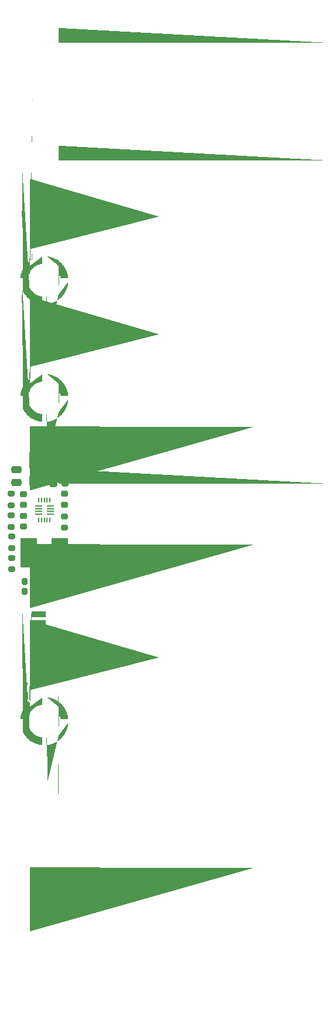
<source format=gbr>
%TF.GenerationSoftware,KiCad,Pcbnew,(5.99.0-10712-g3100cd3599)*%
%TF.CreationDate,2021-06-04T21:59:02-04:00*%
%TF.ProjectId,VX8Battery,56583842-6174-4746-9572-792e6b696361,rev?*%
%TF.SameCoordinates,Original*%
%TF.FileFunction,Paste,Top*%
%TF.FilePolarity,Positive*%
%FSLAX46Y46*%
G04 Gerber Fmt 4.6, Leading zero omitted, Abs format (unit mm)*
G04 Created by KiCad (PCBNEW (5.99.0-10712-g3100cd3599)) date 2021-06-04 21:59:02*
%MOMM*%
%LPD*%
G01*
G04 APERTURE LIST*
G04 Aperture macros list*
%AMRoundRect*
0 Rectangle with rounded corners*
0 $1 Rounding radius*
0 $2 $3 $4 $5 $6 $7 $8 $9 X,Y pos of 4 corners*
0 Add a 4 corners polygon primitive as box body*
4,1,4,$2,$3,$4,$5,$6,$7,$8,$9,$2,$3,0*
0 Add four circle primitives for the rounded corners*
1,1,$1+$1,$2,$3*
1,1,$1+$1,$4,$5*
1,1,$1+$1,$6,$7*
1,1,$1+$1,$8,$9*
0 Add four rect primitives between the rounded corners*
20,1,$1+$1,$2,$3,$4,$5,0*
20,1,$1+$1,$4,$5,$6,$7,0*
20,1,$1+$1,$6,$7,$8,$9,0*
20,1,$1+$1,$8,$9,$2,$3,0*%
%AMOutline5P*
0 Free polygon, 5 corners , with rotation*
0 The origin of the aperture is its center*
0 number of corners: always 8*
0 $1 to $10 corner X, Y*
0 $11 Rotation angle, in degrees counterclockwise*
0 create outline with 8 corners*
4,1,5,$1,$2,$3,$4,$5,$6,$7,$8,$9,$10,$1,$2,$11*%
%AMOutline6P*
0 Free polygon, 6 corners , with rotation*
0 The origin of the aperture is its center*
0 number of corners: always 6*
0 $1 to $12 corner X, Y*
0 $13 Rotation angle, in degrees counterclockwise*
0 create outline with 6 corners*
4,1,6,$1,$2,$3,$4,$5,$6,$7,$8,$9,$10,$11,$12,$1,$2,$13*%
%AMOutline7P*
0 Free polygon, 7 corners , with rotation*
0 The origin of the aperture is its center*
0 number of corners: always 7*
0 $1 to $14 corner X, Y*
0 $15 Rotation angle, in degrees counterclockwise*
0 create outline with 7 corners*
4,1,7,$1,$2,$3,$4,$5,$6,$7,$8,$9,$10,$11,$12,$13,$14,$1,$2,$15*%
%AMOutline8P*
0 Free polygon, 8 corners , with rotation*
0 The origin of the aperture is its center*
0 number of corners: always 8*
0 $1 to $16 corner X, Y*
0 $17 Rotation angle, in degrees counterclockwise*
0 create outline with 8 corners*
4,1,8,$1,$2,$3,$4,$5,$6,$7,$8,$9,$10,$11,$12,$13,$14,$15,$16,$1,$2,$17*%
%AMFreePoly0*
4,1,65,1.788583,1.342819,1.807681,1.284040,1.807681,0.377294,1.788583,0.318515,1.738583,0.282188,1.714447,0.282188,1.570262,0.258952,1.276797,0.177123,0.996943,0.058675,0.734571,-0.094646,0.494004,-0.280312,0.279199,-0.495269,0.093702,-0.735972,-0.059429,-0.998449,-0.177680,-1.278392,-0.259298,-1.571911,-0.282188,-1.714594,-0.282188,-1.738583,-0.318515,-1.788583,-0.377294,-1.807681,
-1.284040,-1.807681,-1.342819,-1.788583,-1.379146,-1.738583,-1.379146,-1.676779,-1.375388,-1.671606,-1.355611,-1.507056,-1.353581,-1.502673,-1.354046,-1.497864,-1.271662,-1.125612,-1.268836,-1.120811,-1.268741,-1.115244,-1.144746,-0.754711,-1.141397,-0.750263,-1.140672,-0.744741,-0.976661,-0.400562,-0.972828,-0.396520,-0.971483,-0.391116,-0.769564,-0.067717,-0.765299,-0.064135,-0.763350,-0.058918,
-0.526119,0.239544,-0.521477,0.242619,-0.518950,0.247583,-0.249457,0.517272,-0.244496,0.519802,-0.241424,0.524447,0.056866,0.761895,0.062082,0.763847,0.065660,0.768115,0.388913,0.970269,0.394316,0.971618,0.398355,0.975454,0.742415,1.139715,0.747935,1.140444,0.752382,1.143797,1.112825,1.268054,1.118392,1.268153,1.123190,1.270982,1.495381,1.353637,1.500191,1.353176,
1.504572,1.355209,1.671639,1.375412,1.676779,1.379146,1.738583,1.379146,1.788583,1.342819,1.788583,1.342819,$1*%
%AMFreePoly1*
4,1,65,-0.318515,1.788583,-0.282188,1.738583,-0.282188,1.714447,-0.258952,1.570264,-0.177123,1.276799,-0.058675,0.996943,0.094643,0.734574,0.280312,0.494004,0.495265,0.279204,0.735977,0.093698,0.998449,-0.059429,1.278392,-0.177680,1.571911,-0.259298,1.714594,-0.282188,1.738583,-0.282188,1.788583,-0.318515,1.807681,-0.377294,1.807681,-1.284040,1.788583,-1.342819,1.738583,-1.379146,
1.676779,-1.379146,1.671606,-1.375388,1.507056,-1.355611,1.502673,-1.353581,1.497864,-1.354046,1.125612,-1.271662,1.120813,-1.268837,1.115244,-1.268742,0.754712,-1.144746,0.750263,-1.141396,0.744740,-1.140671,0.400562,-0.976661,0.396520,-0.972828,0.391116,-0.971483,0.067717,-0.769564,0.064135,-0.765299,0.058918,-0.763350,-0.239544,-0.526119,-0.242619,-0.521476,-0.247582,-0.518950,
-0.517272,-0.249458,-0.519803,-0.244496,-0.524447,-0.241424,-0.761895,0.056866,-0.763847,0.062082,-0.768116,0.065661,-0.970269,0.388913,-0.971618,0.394316,-0.975454,0.398355,-1.139715,0.742414,-1.140444,0.747936,-1.143797,0.752382,-1.268054,1.112824,-1.268153,1.118393,-1.270982,1.123191,-1.353637,1.495381,-1.353176,1.500191,-1.355209,1.504572,-1.375412,1.671639,-1.379146,1.676779,
-1.379146,1.738583,-1.342819,1.788583,-1.284040,1.807681,-0.377294,1.807681,-0.318515,1.788583,-0.318515,1.788583,$1*%
%AMFreePoly2*
4,1,65,-1.671606,1.375388,-1.507056,1.355611,-1.502673,1.353581,-1.497864,1.354046,-1.125612,1.271662,-1.120811,1.268836,-1.115244,1.268741,-0.754711,1.144746,-0.750263,1.141397,-0.744741,1.140672,-0.400562,0.976661,-0.396520,0.972828,-0.391116,0.971483,-0.067717,0.769564,-0.064135,0.765299,-0.058918,0.763350,0.239544,0.526119,0.242619,0.521477,0.247583,0.518950,0.517272,0.249457,
0.519802,0.244496,0.524447,0.241424,0.761895,-0.056866,0.763847,-0.062082,0.768115,-0.065660,0.970269,-0.388913,0.971618,-0.394316,0.975454,-0.398355,1.139715,-0.742415,1.140444,-0.747935,1.143797,-0.752382,1.268054,-1.112825,1.268153,-1.118392,1.270982,-1.123190,1.353637,-1.495381,1.353176,-1.500191,1.355209,-1.504572,1.375412,-1.671639,1.379146,-1.676779,1.379146,-1.738583,
1.342819,-1.788583,1.284040,-1.807681,0.377294,-1.807681,0.318515,-1.788583,0.282188,-1.738583,0.282188,-1.714447,0.258952,-1.570262,0.177123,-1.276797,0.058675,-0.996943,-0.094646,-0.734571,-0.280312,-0.494004,-0.495269,-0.279199,-0.735972,-0.093702,-0.998449,0.059429,-1.278392,0.177680,-1.571911,0.259298,-1.714594,0.282188,-1.738583,0.282188,-1.788583,0.318515,-1.807681,0.377294,
-1.807681,1.284040,-1.788583,1.342819,-1.738583,1.379146,-1.676779,1.379146,-1.671606,1.375388,-1.671606,1.375388,$1*%
%AMFreePoly3*
4,1,65,1.342819,1.788583,1.379146,1.738583,1.379146,1.676779,1.375388,1.671606,1.355611,1.507056,1.353581,1.502673,1.354046,1.497864,1.271662,1.125612,1.268837,1.120813,1.268742,1.115244,1.144746,0.754712,1.141396,0.750263,1.140671,0.744740,0.976661,0.400562,0.972828,0.396520,0.971483,0.391116,0.769564,0.067717,0.765299,0.064135,0.763350,0.058918,0.526119,-0.239544,
0.521476,-0.242619,0.518950,-0.247582,0.249458,-0.517272,0.244496,-0.519803,0.241424,-0.524447,-0.056866,-0.761895,-0.062082,-0.763847,-0.065661,-0.768116,-0.388913,-0.970269,-0.394316,-0.971618,-0.398355,-0.975454,-0.742414,-1.139715,-0.747936,-1.140444,-0.752382,-1.143797,-1.112824,-1.268054,-1.118393,-1.268153,-1.123191,-1.270982,-1.495381,-1.353637,-1.500191,-1.353176,-1.504572,-1.355209,
-1.671639,-1.375412,-1.676779,-1.379146,-1.738583,-1.379146,-1.788583,-1.342819,-1.807681,-1.284040,-1.807681,-0.377294,-1.788583,-0.318515,-1.738583,-0.282188,-1.714447,-0.282188,-1.570264,-0.258952,-1.276799,-0.177123,-0.996943,-0.058675,-0.734574,0.094643,-0.494004,0.280312,-0.279204,0.495265,-0.093698,0.735977,0.059429,0.998449,0.177680,1.278392,0.259298,1.571911,0.282188,1.714594,
0.282188,1.738583,0.318515,1.788583,0.377294,1.807681,1.284040,1.807681,1.342819,1.788583,1.342819,1.788583,$1*%
G04 Aperture macros list end*
%ADD10RoundRect,0.200000X-0.200000X-0.275000X0.200000X-0.275000X0.200000X0.275000X-0.200000X0.275000X0*%
%ADD11RoundRect,0.200000X0.275000X-0.200000X0.275000X0.200000X-0.275000X0.200000X-0.275000X-0.200000X0*%
%ADD12Outline8P,0.460000X-0.100000X-0.460000X-0.100000X-0.500000X-0.060000X-0.500000X0.060000X-0.460000X0.100000X0.460000X0.100000X0.500000X0.060000X0.500000X-0.060000X180.000000*%
%ADD13R,1.000000X0.200000*%
%ADD14R,0.200000X0.700000*%
%ADD15FreePoly0,0.000000*%
%ADD16FreePoly1,0.000000*%
%ADD17FreePoly2,0.000000*%
%ADD18FreePoly3,0.000000*%
%ADD19R,2.000000X0.900000*%
%ADD20R,2.000000X0.800000*%
%ADD21R,2.000000X0.700000*%
%ADD22R,2.000000X0.721718*%
%ADD23RoundRect,0.250000X-0.325000X-1.100000X0.325000X-1.100000X0.325000X1.100000X-0.325000X1.100000X0*%
%ADD24RoundRect,0.200000X0.200000X0.275000X-0.200000X0.275000X-0.200000X-0.275000X0.200000X-0.275000X0*%
%ADD25RoundRect,0.225000X0.250000X-0.225000X0.250000X0.225000X-0.250000X0.225000X-0.250000X-0.225000X0*%
%ADD26RoundRect,0.200000X-0.275000X0.200000X-0.275000X-0.200000X0.275000X-0.200000X0.275000X0.200000X0*%
%ADD27RoundRect,0.250000X0.475000X-0.250000X0.475000X0.250000X-0.475000X0.250000X-0.475000X-0.250000X0*%
%ADD28RoundRect,0.218750X-0.256250X0.218750X-0.256250X-0.218750X0.256250X-0.218750X0.256250X0.218750X0*%
%ADD29RoundRect,0.250000X0.325000X1.100000X-0.325000X1.100000X-0.325000X-1.100000X0.325000X-1.100000X0*%
%ADD30R,2.400000X4.200000*%
%ADD31RoundRect,0.250000X-0.325000X-0.650000X0.325000X-0.650000X0.325000X0.650000X-0.325000X0.650000X0*%
G04 APERTURE END LIST*
D10*
%TO.C,R1*%
X72175000Y-110500000D03*
X73825000Y-110500000D03*
%TD*%
D11*
%TO.C,R9*%
X77300000Y-90525000D03*
X77300000Y-88875000D03*
%TD*%
D12*
%TO.C,U1*%
X75850000Y-100800000D03*
D13*
X75850000Y-100400000D03*
X75850000Y-100000000D03*
X75850000Y-99600000D03*
D14*
X75800000Y-98750000D03*
X75400000Y-98750000D03*
X75000000Y-98750000D03*
X74600000Y-98750000D03*
X74200000Y-98750000D03*
D13*
X74150000Y-99600000D03*
X74150000Y-100000000D03*
X74150000Y-100400000D03*
X74150000Y-100800000D03*
D14*
X74200000Y-101650000D03*
X74600000Y-101650000D03*
X75000000Y-101650000D03*
X75400000Y-101650000D03*
X75800000Y-101650000D03*
%TD*%
D10*
%TO.C,R10*%
X74025000Y-90500000D03*
X75675000Y-90500000D03*
%TD*%
D15*
%TO.C,H1*%
X72942319Y-81942319D03*
D16*
X72942319Y-86057681D03*
D17*
X77057681Y-81942319D03*
D18*
X77057681Y-86057681D03*
%TD*%
D19*
%TO.C,J1*%
X74200000Y-120750000D03*
D20*
X74200000Y-119520000D03*
D21*
X74200000Y-118500000D03*
D22*
X74200000Y-117500000D03*
D20*
X74200000Y-116480000D03*
D19*
X74200000Y-115250000D03*
%TD*%
D11*
%TO.C,R8*%
X78000000Y-96375000D03*
X78000000Y-94725000D03*
%TD*%
D15*
%TO.C,H3*%
X72942319Y-64942319D03*
D16*
X72942319Y-69057681D03*
D17*
X77057681Y-64942319D03*
D18*
X77057681Y-69057681D03*
%TD*%
D23*
%TO.C,C5*%
X73375000Y-93000000D03*
X76325000Y-93000000D03*
%TD*%
D24*
%TO.C,R11*%
X75675000Y-88950000D03*
X74025000Y-88950000D03*
%TD*%
D25*
%TO.C,C2*%
X77900000Y-99425000D03*
X77900000Y-97875000D03*
%TD*%
D26*
%TO.C,R5*%
X70200000Y-100975000D03*
X70200000Y-102625000D03*
%TD*%
D27*
%TO.C,C4*%
X71000000Y-96250000D03*
X71000000Y-94350000D03*
%TD*%
D11*
%TO.C,R3*%
X70250000Y-108775000D03*
X70250000Y-107125000D03*
%TD*%
%TO.C,R6*%
X70200000Y-99525000D03*
X70200000Y-97875000D03*
%TD*%
D10*
%TO.C,R2*%
X72175000Y-112000000D03*
X73825000Y-112000000D03*
%TD*%
D28*
%TO.C,D2*%
X72000000Y-97912500D03*
X72000000Y-99487500D03*
%TD*%
%TO.C,D1*%
X72000000Y-101012500D03*
X72000000Y-102587500D03*
%TD*%
D29*
%TO.C,C1*%
X78975000Y-111050000D03*
X76025000Y-111050000D03*
%TD*%
D11*
%TO.C,R7*%
X77900000Y-102775000D03*
X77900000Y-101125000D03*
%TD*%
D15*
%TO.C,H2*%
X72942319Y-128692319D03*
D16*
X72942319Y-132807681D03*
D17*
X77057681Y-128692319D03*
D18*
X77057681Y-132807681D03*
%TD*%
D30*
%TO.C,L1*%
X77250000Y-106400000D03*
X72750000Y-106400000D03*
%TD*%
D11*
%TO.C,R4*%
X70250000Y-105675000D03*
X70250000Y-104025000D03*
%TD*%
D31*
%TO.C,C3*%
X73375000Y-95950000D03*
X76325000Y-95950000D03*
%TD*%
M02*

</source>
